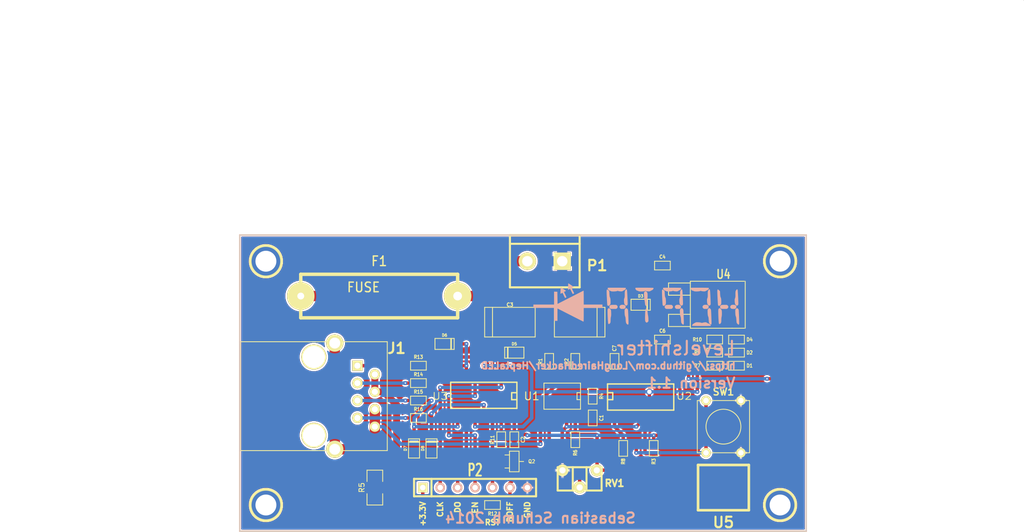
<source format=kicad_pcb>
(kicad_pcb (version 3) (host pcbnew "(2013-may-18)-stable")
  (layers (15 F.Cu signal) (0 B.Cu signal) (18 B.Paste user) (19 F.Paste user) (20 B.SilkS user) (21 F.SilkS user) (22 B.Mask user) (23 F.Mask user) (28 Edge.Cuts user))
  (net 0 "")
  (net 1 +24V)
  (net 2 +3.3V)
  (net 3 +5V)
  (net 4 3.3_Clock)
  (net 5 3.3_Data_Out)
  (net 6 3.3_Enable)
  (net 7 3.3_Reset)
  (net 8 BusOff)
  (net 9 Clock)
  (net 10 Data_Out)
  (net 11 Enable)
  (net 12 GND)
  (net 13 N-0000010)
  (net 14 N-0000015)
  (net 15 N-0000016)
  (net 16 N-0000017)
  (net 17 N-0000018)
  (net 18 N-0000019)
  (net 19 N-000002)
  (net 20 N-0000022)
  (net 21 N-0000028)
  (net 22 N-0000029)
  (net 23 N-0000030)
  (net 24 N-0000031)
  (net 25 N-0000032)
  (net 26 N-0000033)
  (net 27 N-000004)
  (net 28 N-000007)
  (net 29 PowerOn)
  (net 30 Reset)
  (net 31 Sense)
  (net 32 Shutdown)
  (module trimmer_piher_pt6xh (layer F.Cu) (at 168.275 80.01)
    (fp_text reference RV1 (at 5.08 0.635) (layer F.SilkS) (effects (font (thickness 0.25))))
    (fp_text value POT hide)
    (pad 1 thru_hole circle (at 2.49936 -1.24968) (size 1.75006 1.75006) (drill 0.89916) (layers *.Cu *.Mask F.SilkS) (net 3 +5V))
    (pad 2 thru_hole circle (at 0 1.24968) (size 1.75006 1.75006) (drill 0.89916) (layers *.Cu *.Mask F.SilkS) (net 20 N-0000022))
    (pad 3 thru_hole circle (at -2.49936 -1.24968) (size 1.75006 1.75006) (drill 0.89916) (layers *.Cu *.Mask F.SilkS) (net 12 GND))
  )
  (module SW_PUSH_SMALL (layer F.Cu) (at 189.23 72.39 90)
    (fp_text reference SW1 (at 5.08 0 180) (layer F.SilkS) (effects (font (size 1.016 1.016) (thickness 0.2032))))
    (fp_text value SW_PUSH hide)
    (pad 1 thru_hole circle (at 3.81 -2.54 90) (size 1.397 1.397) (drill 0.8128) (layers *.Cu *.Mask F.SilkS) (net 13 N-0000010))
    (pad 2 thru_hole circle (at 3.81 2.54 90) (size 1.397 1.397) (drill 0.8128) (layers *.Cu *.Mask F.SilkS) (net 12 GND))
    (pad 1 thru_hole circle (at -3.81 -2.54 90) (size 1.397 1.397) (drill 0.8128) (layers *.Cu *.Mask F.SilkS) (net 13 N-0000010))
    (pad 2 thru_hole circle (at -3.81 2.54 90) (size 1.397 1.397) (drill 0.8128) (layers *.Cu *.Mask F.SilkS) (net 12 GND))
  )
  (module sot23 (layer F.Cu) (at 158.75 77.47 270)
    (fp_text reference Q2 (at 0 -2.54 360) (layer F.SilkS) (effects (font (size 0.50038 0.50038) (thickness 0.09906))))
    (fp_text value NDS355 hide)
    (pad 1 smd rect (at -0.9525 1.05664 270) (size 0.59944 1.00076) (layers F.Cu F.Paste F.Mask) (net 18 N-0000019))
    (pad 2 smd rect (at 0 -1.05664 270) (size 0.59944 1.00076) (layers F.Cu F.Paste F.Mask) (net 27 N-000004))
    (pad 3 smd rect (at 0.9525 1.05664 270) (size 0.59944 1.00076) (layers F.Cu F.Paste F.Mask) (net 12 GND))
  )
  (module sod123 (layer F.Cu) (at 177.165 54.61)
    (fp_text reference D3 (at 0 -1.27) (layer F.SilkS) (effects (font (size 0.39878 0.39878) (thickness 0.09906))))
    (fp_text value BAT42W hide)
    (pad 2 smd rect (at 1.67386 0) (size 0.8509 0.8509) (layers F.Cu F.Paste F.Mask) (net 1 +24V))
    (pad 1 smd rect (at -1.67386 0) (size 0.8509 0.8509) (layers F.Cu F.Paste F.Mask) (net 3 +5V))
  )
  (module SO8E (layer F.Cu) (at 165.735 67.945 180)
    (fp_text reference U1 (at 4.445 0 180) (layer F.SilkS) (effects (font (size 1.143 1.143) (thickness 0.1524))))
    (fp_text value LM358 hide)
    (pad 8 smd rect (at -1.905 -2.667 180) (size 0.59944 1.39954) (layers F.Cu F.Paste F.Mask) (net 3 +5V))
    (pad 1 smd rect (at -1.905 2.667 180) (size 0.59944 1.39954) (layers F.Cu F.Paste F.Mask) (net 21 N-0000028))
    (pad 7 smd rect (at -0.635 -2.667 180) (size 0.59944 1.39954) (layers F.Cu F.Paste F.Mask) (net 32 Shutdown))
    (pad 6 smd rect (at 0.635 -2.667 180) (size 0.59944 1.39954) (layers F.Cu F.Paste F.Mask) (net 19 N-000002))
    (pad 5 smd rect (at 1.905 -2.667 180) (size 0.59944 1.39954) (layers F.Cu F.Paste F.Mask) (net 20 N-0000022))
    (pad 2 smd rect (at -0.635 2.667 180) (size 0.59944 1.39954) (layers F.Cu F.Paste F.Mask) (net 26 N-0000033))
    (pad 3 smd rect (at 0.635 2.667 180) (size 0.59944 1.39954) (layers F.Cu F.Paste F.Mask) (net 31 Sense))
    (pad 4 smd rect (at 1.905 2.667 180) (size 0.59944 1.39954) (layers F.Cu F.Paste F.Mask) (net 12 GND))
  )
  (module SM1206 (layer F.Cu) (at 138.43 81.28 270)
    (fp_text reference R5 (at 0 1.905 270) (layer F.SilkS) (effects (font (size 0.762 0.762) (thickness 0.127))))
    (fp_text value 0.05 hide)
    (pad 1 smd rect (at -1.651 0 270) (size 1.524 2.032) (layers F.Cu F.Paste F.Mask) (net 31 Sense))
    (pad 2 smd rect (at 1.651 0 270) (size 1.524 2.032) (layers F.Cu F.Paste F.Mask) (net 12 GND))
  )
  (module SM0603 (layer F.Cu) (at 191.135 63.5)
    (fp_text reference D1 (at 1.905 0) (layer F.SilkS) (effects (font (size 0.508 0.4572) (thickness 0.1143))))
    (fp_text value LED hide)
    (pad 1 smd rect (at -0.762 0) (size 0.635 1.143) (layers F.Cu F.Paste F.Mask) (net 28 N-000007))
    (pad 2 smd rect (at 0.762 0) (size 0.635 1.143) (layers F.Cu F.Paste F.Mask) (net 12 GND))
  )
  (module SM0603 (layer F.Cu) (at 174.625 75.565 270)
    (fp_text reference R8 (at 1.905 0 270) (layer F.SilkS) (effects (font (size 0.508 0.4572) (thickness 0.1143))))
    (fp_text value 1k hide)
    (pad 1 smd rect (at -0.762 0 270) (size 0.635 1.143) (layers F.Cu F.Paste F.Mask) (net 13 N-0000010))
    (pad 2 smd rect (at 0.762 0 270) (size 0.635 1.143) (layers F.Cu F.Paste F.Mask) (net 3 +5V))
  )
  (module SM0603 (layer F.Cu) (at 167.64 74.295 270)
    (fp_text reference R6 (at 1.905 0 270) (layer F.SilkS) (effects (font (size 0.508 0.4572) (thickness 0.1143))))
    (fp_text value 1k hide)
    (pad 1 smd rect (at -0.762 0 270) (size 0.635 1.143) (layers F.Cu F.Paste F.Mask) (net 3 +5V))
    (pad 2 smd rect (at 0.762 0 270) (size 0.635 1.143) (layers F.Cu F.Paste F.Mask) (net 32 Shutdown))
  )
  (module SM0603 (layer F.Cu) (at 179.07 75.565 270)
    (fp_text reference R3 (at 1.905 0 270) (layer F.SilkS) (effects (font (size 0.508 0.4572) (thickness 0.1143))))
    (fp_text value 1k hide)
    (pad 1 smd rect (at -0.762 0 270) (size 0.635 1.143) (layers F.Cu F.Paste F.Mask) (net 3 +5V))
    (pad 2 smd rect (at 0.762 0 270) (size 0.635 1.143) (layers F.Cu F.Paste F.Mask) (net 29 PowerOn))
  )
  (module SM0603 (layer F.Cu) (at 187.96 63.5)
    (fp_text reference R7 (at -2.54 0) (layer F.SilkS) (effects (font (size 0.508 0.4572) (thickness 0.1143))))
    (fp_text value 1k hide)
    (pad 1 smd rect (at -0.762 0) (size 0.635 1.143) (layers F.Cu F.Paste F.Mask) (net 8 BusOff))
    (pad 2 smd rect (at 0.762 0) (size 0.635 1.143) (layers F.Cu F.Paste F.Mask) (net 28 N-000007))
  )
  (module SM0603 (layer F.Cu) (at 167.64 62.865 270)
    (fp_text reference R2 (at 0 1.27 270) (layer F.SilkS) (effects (font (size 0.508 0.4572) (thickness 0.1143))))
    (fp_text value 90k hide)
    (pad 1 smd rect (at -0.762 0 270) (size 0.635 1.143) (layers F.Cu F.Paste F.Mask) (net 26 N-0000033))
    (pad 2 smd rect (at 0.762 0 270) (size 0.635 1.143) (layers F.Cu F.Paste F.Mask) (net 21 N-0000028))
  )
  (module SM0603 (layer F.Cu) (at 158.75 74.295 270)
    (fp_text reference C2 (at 0 -1.27 270) (layer F.SilkS) (effects (font (size 0.508 0.4572) (thickness 0.1143))))
    (fp_text value 100nF hide)
    (pad 1 smd rect (at -0.762 0 270) (size 0.635 1.143) (layers F.Cu F.Paste F.Mask) (net 3 +5V))
    (pad 2 smd rect (at 0.762 0 270) (size 0.635 1.143) (layers F.Cu F.Paste F.Mask) (net 12 GND))
  )
  (module SM0603 (layer F.Cu) (at 170.18 67.945 270)
    (fp_text reference R4 (at 0 -1.27 270) (layer F.SilkS) (effects (font (size 0.508 0.4572) (thickness 0.1143))))
    (fp_text value 100k hide)
    (pad 1 smd rect (at -0.762 0 270) (size 0.635 1.143) (layers F.Cu F.Paste F.Mask) (net 21 N-0000028))
    (pad 2 smd rect (at 0.762 0 270) (size 0.635 1.143) (layers F.Cu F.Paste F.Mask) (net 19 N-000002))
  )
  (module SM0603 (layer F.Cu) (at 170.18 71.12 270)
    (fp_text reference C1 (at 0 -1.27 270) (layer F.SilkS) (effects (font (size 0.508 0.4572) (thickness 0.1143))))
    (fp_text value 100nF hide)
    (pad 1 smd rect (at -0.762 0 270) (size 0.635 1.143) (layers F.Cu F.Paste F.Mask) (net 19 N-000002))
    (pad 2 smd rect (at 0.762 0 270) (size 0.635 1.143) (layers F.Cu F.Paste F.Mask) (net 12 GND))
  )
  (module SM0603 (layer F.Cu) (at 173.355 62.865 90)
    (fp_text reference C7 (at 1.905 0 90) (layer F.SilkS) (effects (font (size 0.508 0.4572) (thickness 0.1143))))
    (fp_text value 100nF hide)
    (pad 1 smd rect (at -0.762 0 90) (size 0.635 1.143) (layers F.Cu F.Paste F.Mask) (net 3 +5V))
    (pad 2 smd rect (at 0.762 0 90) (size 0.635 1.143) (layers F.Cu F.Paste F.Mask) (net 12 GND))
  )
  (module SM0603 (layer F.Cu) (at 155.575 83.82)
    (fp_text reference R12 (at 0 1.27) (layer F.SilkS) (effects (font (size 0.508 0.4572) (thickness 0.1143))))
    (fp_text value 1k hide)
    (pad 1 smd rect (at -0.762 0) (size 0.635 1.143) (layers F.Cu F.Paste F.Mask) (net 2 +3.3V))
    (pad 2 smd rect (at 0.762 0) (size 0.635 1.143) (layers F.Cu F.Paste F.Mask) (net 27 N-000004))
  )
  (module SM0603 (layer F.Cu) (at 156.845 74.295 270)
    (fp_text reference R11 (at 0 1.27 270) (layer F.SilkS) (effects (font (size 0.508 0.4572) (thickness 0.1143))))
    (fp_text value 1k hide)
    (pad 1 smd rect (at -0.762 0 270) (size 0.635 1.143) (layers F.Cu F.Paste F.Mask) (net 8 BusOff))
    (pad 2 smd rect (at 0.762 0 270) (size 0.635 1.143) (layers F.Cu F.Paste F.Mask) (net 18 N-0000019))
  )
  (module SM0603 (layer F.Cu) (at 180.34 48.895 180)
    (fp_text reference C4 (at 0 1.27 180) (layer F.SilkS) (effects (font (size 0.508 0.4572) (thickness 0.1143))))
    (fp_text value 100nF hide)
    (pad 1 smd rect (at -0.762 0 180) (size 0.635 1.143) (layers F.Cu F.Paste F.Mask) (net 1 +24V))
    (pad 2 smd rect (at 0.762 0 180) (size 0.635 1.143) (layers F.Cu F.Paste F.Mask) (net 12 GND))
  )
  (module SM0603 (layer F.Cu) (at 163.83 62.865 270)
    (fp_text reference R1 (at 0 1.27 270) (layer F.SilkS) (effects (font (size 0.508 0.4572) (thickness 0.1143))))
    (fp_text value 10k hide)
    (pad 1 smd rect (at -0.762 0 270) (size 0.635 1.143) (layers F.Cu F.Paste F.Mask) (net 26 N-0000033))
    (pad 2 smd rect (at 0.762 0 270) (size 0.635 1.143) (layers F.Cu F.Paste F.Mask) (net 12 GND))
  )
  (module SM0603 (layer F.Cu) (at 191.135 61.595)
    (fp_text reference D2 (at 1.905 0) (layer F.SilkS) (effects (font (size 0.508 0.4572) (thickness 0.1143))))
    (fp_text value LED hide)
    (pad 1 smd rect (at -0.762 0) (size 0.635 1.143) (layers F.Cu F.Paste F.Mask) (net 25 N-0000032))
    (pad 2 smd rect (at 0.762 0) (size 0.635 1.143) (layers F.Cu F.Paste F.Mask) (net 12 GND))
  )
  (module SM0603 (layer F.Cu) (at 187.96 61.595)
    (fp_text reference R9 (at -2.54 0) (layer F.SilkS) (effects (font (size 0.508 0.4572) (thickness 0.1143))))
    (fp_text value 1k hide)
    (pad 1 smd rect (at -0.762 0) (size 0.635 1.143) (layers F.Cu F.Paste F.Mask) (net 1 +24V))
    (pad 2 smd rect (at 0.762 0) (size 0.635 1.143) (layers F.Cu F.Paste F.Mask) (net 25 N-0000032))
  )
  (module SM0603 (layer F.Cu) (at 191.135 59.69)
    (fp_text reference D4 (at 1.905 0) (layer F.SilkS) (effects (font (size 0.508 0.4572) (thickness 0.1143))))
    (fp_text value LED hide)
    (pad 1 smd rect (at -0.762 0) (size 0.635 1.143) (layers F.Cu F.Paste F.Mask) (net 23 N-0000030))
    (pad 2 smd rect (at 0.762 0) (size 0.635 1.143) (layers F.Cu F.Paste F.Mask) (net 12 GND))
  )
  (module SM0603 (layer F.Cu) (at 187.96 59.69)
    (fp_text reference R10 (at -2.54 0) (layer F.SilkS) (effects (font (size 0.508 0.4572) (thickness 0.1143))))
    (fp_text value 1k hide)
    (pad 1 smd rect (at -0.762 0) (size 0.635 1.143) (layers F.Cu F.Paste F.Mask) (net 3 +5V))
    (pad 2 smd rect (at 0.762 0) (size 0.635 1.143) (layers F.Cu F.Paste F.Mask) (net 23 N-0000030))
  )
  (module SM0603 (layer F.Cu) (at 180.34 59.69 180)
    (fp_text reference C6 (at 0 1.27 180) (layer F.SilkS) (effects (font (size 0.508 0.4572) (thickness 0.1143))))
    (fp_text value 100nF hide)
    (pad 1 smd rect (at -0.762 0 180) (size 0.635 1.143) (layers F.Cu F.Paste F.Mask) (net 3 +5V))
    (pad 2 smd rect (at 0.762 0 180) (size 0.635 1.143) (layers F.Cu F.Paste F.Mask) (net 12 GND))
  )
  (module RJ45_MEBP_8-8G (layer F.Cu) (at 129.54 67.945 270)
    (fp_text reference J1 (at -6.985 -12.065 360) (layer F.SilkS) (effects (font (size 1.524 1.524) (thickness 0.3048))))
    (fp_text value RJ45 hide)
    (pad "" thru_hole circle (at 5.715 0 270) (size 3.64998 3.64998) (drill 3.2512) (layers *.Cu *.Mask F.SilkS))
    (pad "" thru_hole circle (at -5.715 0 270) (size 3.64998 3.64998) (drill 3.2512) (layers *.Cu *.Mask F.SilkS))
    (pad 1 thru_hole rect (at -4.445 -6.35 270) (size 1.50114 1.50114) (drill 0.89916) (layers *.Cu *.Mask F.SilkS) (net 9 Clock))
    (pad 2 thru_hole circle (at -3.175 -8.89 270) (size 1.50114 1.50114) (drill 0.89916) (layers *.Cu *.Mask F.SilkS) (net 24 N-0000031))
    (pad 3 thru_hole circle (at -1.905 -6.35 270) (size 1.50114 1.50114) (drill 0.89916) (layers *.Cu *.Mask F.SilkS) (net 11 Enable))
    (pad 4 thru_hole circle (at -0.635 -8.89 270) (size 1.50114 1.50114) (drill 0.89916) (layers *.Cu *.Mask F.SilkS) (net 24 N-0000031))
    (pad 5 thru_hole circle (at 0.635 -6.35 270) (size 1.50114 1.50114) (drill 0.89916) (layers *.Cu *.Mask F.SilkS) (net 10 Data_Out))
    (pad 6 thru_hole circle (at 1.905 -8.89 270) (size 1.50114 1.50114) (drill 0.89916) (layers *.Cu *.Mask F.SilkS) (net 31 Sense))
    (pad 7 thru_hole circle (at 3.175 -6.35 270) (size 1.50114 1.50114) (drill 0.89916) (layers *.Cu *.Mask F.SilkS) (net 30 Reset))
    (pad 8 thru_hole circle (at 4.445 -8.89 270) (size 1.50114 1.50114) (drill 0.89916) (layers *.Cu *.Mask F.SilkS) (net 31 Sense))
    (pad 9 thru_hole circle (at -7.745 -3.05 270) (size 2.5 2.5) (drill 1.6) (layers *.Cu *.Mask F.SilkS) (net 31 Sense))
    (pad 10 thru_hole circle (at 7.747 -3.05 270) (size 2.5 2.5) (drill 1.6) (layers *.Cu *.Mask F.SilkS))
  )
  (module DPAK2 (layer F.Cu) (at 182.88 54.61 270)
    (fp_text reference U4 (at -4.445 -6.35 360) (layer F.SilkS) (effects (font (size 1.27 1.016) (thickness 0.2032))))
    (fp_text value TS2937 hide)
    (pad 1 smd rect (at -2.286 0 270) (size 1.651 3.048) (layers F.Cu F.Paste F.Mask) (net 1 +24V))
    (pad 2 smd rect (at 0 -6.35 270) (size 6.096 6.096) (layers F.Cu F.Paste F.Mask) (net 12 GND))
    (pad 3 smd rect (at 2.286 0 270) (size 1.651 3.048) (layers F.Cu F.Paste F.Mask) (net 3 +5V))
  )
  (module c_tant_D (layer F.Cu) (at 168.275 57.15)
    (fp_text reference C5 (at 0 -2.54) (layer F.SilkS) (effects (font (size 0.50038 0.50038) (thickness 0.11938))))
    (fp_text value 10uF hide)
    (pad 1 smd rect (at 2.99974 0) (size 2.55016 2.70002) (layers F.Cu F.Paste F.Mask) (net 3 +5V))
    (pad 2 smd rect (at -2.99974 0) (size 2.55016 3.79984) (layers F.Cu F.Paste F.Mask) (net 12 GND))
  )
  (module c_tant_D (layer F.Cu) (at 158.115 57.15 180)
    (fp_text reference C3 (at 0 2.54 180) (layer F.SilkS) (effects (font (size 0.50038 0.50038) (thickness 0.11938))))
    (fp_text value 10uF hide)
    (pad 1 smd rect (at 2.99974 0 180) (size 2.55016 2.70002) (layers F.Cu F.Paste F.Mask) (net 1 +24V))
    (pad 2 smd rect (at -2.99974 0 180) (size 2.55016 3.79984) (layers F.Cu F.Paste F.Mask) (net 12 GND))
  )
  (module bornier2 (layer F.Cu) (at 163.195 48.26 180)
    (fp_text reference P1 (at -7.62 -0.635 180) (layer F.SilkS) (effects (font (size 1.524 1.524) (thickness 0.3048))))
    (fp_text value CONN_2 hide)
    (pad 1 thru_hole rect (at -2.54 0 180) (size 2.54 2.54) (drill 1.524) (layers *.Cu *.Mask F.SilkS) (net 12 GND))
    (pad 2 thru_hole circle (at 2.54 0 180) (size 2.54 2.54) (drill 1.524) (layers *.Cu *.Mask F.SilkS) (net 22 N-0000029))
  )
  (module SO14E (layer F.Cu) (at 154.305 67.945 180)
    (fp_text reference U3 (at 6.35 0 180) (layer F.SilkS) (effects (font (size 1.016 1.143) (thickness 0.127))))
    (fp_text value 74HCT125 hide)
    (pad 1 smd rect (at -3.81 2.794 180) (size 0.508 1.143) (layers F.Cu F.Paste F.Mask) (net 8 BusOff))
    (pad 2 smd rect (at -2.54 2.794 180) (size 0.508 1.143) (layers F.Cu F.Paste F.Mask) (net 4 3.3_Clock))
    (pad 3 smd rect (at -1.27 2.794 180) (size 0.508 1.143) (layers F.Cu F.Paste F.Mask) (net 17 N-0000018))
    (pad 4 smd rect (at 0 2.794 180) (size 0.508 1.143) (layers F.Cu F.Paste F.Mask) (net 8 BusOff))
    (pad 5 smd rect (at 1.27 2.794 180) (size 0.508 1.143) (layers F.Cu F.Paste F.Mask) (net 6 3.3_Enable))
    (pad 6 smd rect (at 2.54 2.794 180) (size 0.508 1.143) (layers F.Cu F.Paste F.Mask) (net 16 N-0000017))
    (pad 7 smd rect (at 3.81 2.794 180) (size 0.508 1.143) (layers F.Cu F.Paste F.Mask) (net 12 GND))
    (pad 8 smd rect (at 3.81 -2.54 180) (size 0.508 1.143) (layers F.Cu F.Paste F.Mask) (net 15 N-0000016))
    (pad 9 smd rect (at 2.54 -2.54 180) (size 0.508 1.143) (layers F.Cu F.Paste F.Mask) (net 5 3.3_Data_Out))
    (pad 10 smd rect (at 1.27 -2.54 180) (size 0.508 1.143) (layers F.Cu F.Paste F.Mask) (net 8 BusOff))
    (pad 11 smd rect (at 0 -2.54 180) (size 0.508 1.143) (layers F.Cu F.Paste F.Mask) (net 14 N-0000015))
    (pad 12 smd rect (at -1.27 -2.54 180) (size 0.508 1.143) (layers F.Cu F.Paste F.Mask) (net 7 3.3_Reset))
    (pad 13 smd rect (at -2.54 -2.54 180) (size 0.508 1.143) (layers F.Cu F.Paste F.Mask) (net 8 BusOff))
    (pad 14 smd rect (at -3.81 -2.54 180) (size 0.508 1.143) (layers F.Cu F.Paste F.Mask) (net 3 +5V))
  )
  (module SIL-7 (layer F.Cu) (at 153.035 81.28)
    (fp_text reference P2 (at 0 -2.54) (layer F.SilkS) (effects (font (size 1.72974 1.08712) (thickness 0.3048))))
    (fp_text value CONN_7 hide)
    (pad 1 thru_hole rect (at -7.62 0) (size 1.397 1.397) (drill 0.8128) (layers *.Cu *.Mask F.SilkS) (net 2 +3.3V))
    (pad 2 thru_hole circle (at -5.08 0) (size 1.397 1.397) (drill 0.8128) (layers *.Cu *.SilkS *.Mask) (net 4 3.3_Clock))
    (pad 3 thru_hole circle (at -2.54 0) (size 1.397 1.397) (drill 0.8128) (layers *.Cu *.SilkS *.Mask) (net 5 3.3_Data_Out))
    (pad 4 thru_hole circle (at 0 0) (size 1.397 1.397) (drill 0.8128) (layers *.Cu *.SilkS *.Mask) (net 6 3.3_Enable))
    (pad 5 thru_hole circle (at 2.54 0) (size 1.397 1.397) (drill 0.8128) (layers *.Cu *.SilkS *.Mask) (net 7 3.3_Reset))
    (pad 6 thru_hole circle (at 5.08 0) (size 1.397 1.397) (drill 0.8128) (layers *.Cu *.SilkS *.Mask) (net 27 N-000004))
    (pad 7 thru_hole circle (at 7.62 0) (size 1.397 1.397) (drill 0.8128) (layers *.Cu *.SilkS *.Mask) (net 12 GND))
  )
  (module 1pin (layer F.Cu) (at 122.555 48.26)
    (fp_text reference 1PIN hide)
    (fp_text value P*** hide)
    (pad 1 thru_hole circle (at 0 0) (size 4.5 4.5) (drill 3.048) (layers *.Cu *.Mask))
  )
  (module 1pin (layer F.Cu) (at 197.485 48.26)
    (fp_text reference 1PIN hide)
    (fp_text value P*** hide)
    (pad 1 thru_hole circle (at 0 0) (size 4.5 4.5) (drill 3.048) (layers *.Cu *.Mask))
  )
  (module 1pin (layer F.Cu) (at 197.485 83.82)
    (fp_text reference 1PIN hide)
    (fp_text value P*** hide)
    (pad 1 thru_hole circle (at 0 0) (size 4.5 4.5) (drill 3.048) (layers *.Cu *.Mask))
  )
  (module 1pin (layer F.Cu) (at 122.555 83.82)
    (fp_text reference 1PIN hide)
    (fp_text value P*** hide)
    (pad 1 thru_hole circle (at 0 0) (size 4.5 4.5) (drill 3.048) (layers *.Cu *.Mask))
  )
  (module logo_silkbot_30_00mm (layer B.Cu) (at 176.53 54.61)
    (fp_text reference G*** hide)
    (fp_text value logo_silkbot_30_00mm hide)
  )
  (module sod123 (layer F.Cu) (at 158.75 61.595 180)
    (fp_text reference D5 (at 0 1.27 180) (layer F.SilkS) (effects (font (size 0.39878 0.39878) (thickness 0.09906))))
    (fp_text value ZENER_5.6V hide)
    (pad 2 smd rect (at 1.67386 0 180) (size 0.8509 0.8509) (layers F.Cu F.Paste F.Mask) (net 17 N-0000018))
    (pad 1 smd rect (at -1.67386 0 180) (size 0.8509 0.8509) (layers F.Cu F.Paste F.Mask) (net 12 GND))
  )
  (module sod123 (layer F.Cu) (at 148.59 60.325)
    (fp_text reference D6 (at 0 -1.27) (layer F.SilkS) (effects (font (size 0.39878 0.39878) (thickness 0.09906))))
    (fp_text value ZENER_5.6V hide)
    (pad 2 smd rect (at 1.67386 0) (size 0.8509 0.8509) (layers F.Cu F.Paste F.Mask) (net 16 N-0000017))
    (pad 1 smd rect (at -1.67386 0) (size 0.8509 0.8509) (layers F.Cu F.Paste F.Mask) (net 12 GND))
  )
  (module sod123 (layer F.Cu) (at 144.145 75.565 90)
    (fp_text reference D7 (at 0 -1.27 90) (layer F.SilkS) (effects (font (size 0.39878 0.39878) (thickness 0.09906))))
    (fp_text value ZENER_5.6V hide)
    (pad 2 smd rect (at 1.67386 0 90) (size 0.8509 0.8509) (layers F.Cu F.Paste F.Mask) (net 15 N-0000016))
    (pad 1 smd rect (at -1.67386 0 90) (size 0.8509 0.8509) (layers F.Cu F.Paste F.Mask) (net 12 GND))
  )
  (module sod123 (layer F.Cu) (at 146.685 75.565 90)
    (fp_text reference D8 (at 0 -1.27 90) (layer F.SilkS) (effects (font (size 0.39878 0.39878) (thickness 0.09906))))
    (fp_text value ZENER_5.6V hide)
    (pad 2 smd rect (at 1.67386 0 90) (size 0.8509 0.8509) (layers F.Cu F.Paste F.Mask) (net 14 N-0000015))
    (pad 1 smd rect (at -1.67386 0 90) (size 0.8509 0.8509) (layers F.Cu F.Paste F.Mask) (net 12 GND))
  )
  (module SM0603 (layer F.Cu) (at 144.78 63.5 180)
    (fp_text reference R13 (at 0 1.27 180) (layer F.SilkS) (effects (font (size 0.508 0.4572) (thickness 0.1143))))
    (fp_text value 1k hide)
    (pad 1 smd rect (at -0.762 0 180) (size 0.635 1.143) (layers F.Cu F.Paste F.Mask) (net 17 N-0000018))
    (pad 2 smd rect (at 0.762 0 180) (size 0.635 1.143) (layers F.Cu F.Paste F.Mask) (net 9 Clock))
  )
  (module SM0603 (layer F.Cu) (at 144.78 66.04 180)
    (fp_text reference R14 (at 0 1.27 180) (layer F.SilkS) (effects (font (size 0.508 0.4572) (thickness 0.1143))))
    (fp_text value 1k hide)
    (pad 1 smd rect (at -0.762 0 180) (size 0.635 1.143) (layers F.Cu F.Paste F.Mask) (net 16 N-0000017))
    (pad 2 smd rect (at 0.762 0 180) (size 0.635 1.143) (layers F.Cu F.Paste F.Mask) (net 11 Enable))
  )
  (module SM0603 (layer F.Cu) (at 144.78 68.58 180)
    (fp_text reference R15 (at 0 1.27 180) (layer F.SilkS) (effects (font (size 0.508 0.4572) (thickness 0.1143))))
    (fp_text value 1k hide)
    (pad 1 smd rect (at -0.762 0 180) (size 0.635 1.143) (layers F.Cu F.Paste F.Mask) (net 15 N-0000016))
    (pad 2 smd rect (at 0.762 0 180) (size 0.635 1.143) (layers F.Cu F.Paste F.Mask) (net 10 Data_Out))
  )
  (module SM0603 (layer F.Cu) (at 144.78 71.12 180)
    (fp_text reference R16 (at 0 1.27 180) (layer F.SilkS) (effects (font (size 0.508 0.4572) (thickness 0.1143))))
    (fp_text value 1k hide)
    (pad 1 smd rect (at -0.762 0 180) (size 0.635 1.143) (layers F.Cu F.Paste F.Mask) (net 14 N-0000015))
    (pad 2 smd rect (at 0.762 0 180) (size 0.635 1.143) (layers F.Cu F.Paste F.Mask) (net 30 Reset))
  )
  (module SO14E (layer F.Cu) (at 177.165 67.945)
    (fp_text reference U2 (at 6.35 0) (layer F.SilkS) (effects (font (size 1.016 1.143) (thickness 0.127))))
    (fp_text value 74HC74 hide)
    (pad 1 smd rect (at -3.81 2.794) (size 0.508 1.143) (layers F.Cu F.Paste F.Mask) (net 13 N-0000010))
    (pad 2 smd rect (at -2.54 2.794) (size 0.508 1.143) (layers F.Cu F.Paste F.Mask) (net 12 GND))
    (pad 3 smd rect (at -1.27 2.794) (size 0.508 1.143) (layers F.Cu F.Paste F.Mask) (net 12 GND))
    (pad 4 smd rect (at 0 2.794) (size 0.508 1.143) (layers F.Cu F.Paste F.Mask) (net 32 Shutdown))
    (pad 5 smd rect (at 1.27 2.794) (size 0.508 1.143) (layers F.Cu F.Paste F.Mask) (net 8 BusOff))
    (pad 6 smd rect (at 2.54 2.794) (size 0.508 1.143) (layers F.Cu F.Paste F.Mask) (net 29 PowerOn))
    (pad 7 smd rect (at 3.81 2.794) (size 0.508 1.143) (layers F.Cu F.Paste F.Mask) (net 12 GND))
    (pad 8 smd rect (at 3.81 -2.54) (size 0.508 1.143) (layers F.Cu F.Paste F.Mask))
    (pad 9 smd rect (at 2.54 -2.54) (size 0.508 1.143) (layers F.Cu F.Paste F.Mask))
    (pad 10 smd rect (at 1.27 -2.54) (size 0.508 1.143) (layers F.Cu F.Paste F.Mask))
    (pad 11 smd rect (at 0 -2.54) (size 0.508 1.143) (layers F.Cu F.Paste F.Mask))
    (pad 12 smd rect (at -1.27 -2.54) (size 0.508 1.143) (layers F.Cu F.Paste F.Mask))
    (pad 13 smd rect (at -2.54 -2.54) (size 0.508 1.143) (layers F.Cu F.Paste F.Mask))
    (pad 14 smd rect (at -3.81 -2.54) (size 0.508 1.143) (layers F.Cu F.Paste F.Mask) (net 3 +5V))
  )
  (module TO252-5L (layer F.Cu) (at 189.23 81.28 270)
    (fp_text reference U5 (at 5.08 0 360) (layer F.SilkS) (effects (font (size 1.524 1.524) (thickness 0.3048))))
    (fp_text value BTS462 hide)
    (pad 3 smd rect (at 0 0 270) (size 6.25094 6.79958) (layers F.Cu F.Paste F.Mask) (net 1 +24V) (clearance 0.14986))
    (pad 1 smd rect (at -2.54 6.59892 270) (size 0.81026 2.99974) (layers F.Cu F.Paste F.Mask) (net 12 GND))
    (pad 2 smd rect (at -1.27 6.59892 270) (size 0.81026 2.99974) (layers F.Cu F.Paste F.Mask) (net 29 PowerOn))
    (pad 4 smd rect (at 1.27 6.59892 270) (size 0.81026 2.99974) (layers F.Cu F.Paste F.Mask))
    (pad 5 smd rect (at 2.54 6.59892 270) (size 0.81026 2.99974) (layers F.Cu F.Paste F.Mask) (net 24 N-0000031))
  )
  (module fuse22.5 (layer F.Cu) (at 139.065 53.34)
    (fp_text reference F1 (at 0 -5.08) (layer F.SilkS) (effects (font (size 1.397 1.27) (thickness 0.2032))))
    (fp_text value FUSE (at -2.286 -1.27) (layer F.SilkS) (effects (font (size 1.397 1.27) (thickness 0.2032))))
    (pad 1 thru_hole circle (at -11.43 0) (size 4.0005 4.0005) (drill 1.00076) (layers *.Cu *.Mask F.SilkS) (net 22 N-0000029))
    (pad 2 thru_hole circle (at 11.43 0) (size 4.0005 4.0005) (drill 1.27) (layers *.Cu *.Mask F.SilkS) (net 1 +24V))
  )
  (gr_text https://github.com/LongHairedHacker/HeptaLED (at 191.135 63.5) (layer B.SilkS) (effects (font (size 1 1) (thickness 0.25)) (justify left mirror)))
  (gr_text "Sebastian Schumb 2014" (at 162.56 85.725) (layer B.SilkS) (effects (font (size 1.5 1.5) (thickness 0.3)) (justify mirror)))
  (gr_text "Version 1.1" (at 191.135 66.04) (layer B.SilkS) (effects (font (size 1.5 1.5) (thickness 0.3)) (justify left mirror)))
  (gr_text Levelshifter (at 191.135 60.96) (layer B.SilkS) (effects (font (size 2 2) (thickness 0.3)) (justify left mirror)))
  (gr_line (start 118.745 87.63) (end 118.745 44.45) (angle 90) (layer B.SilkS) (width 0.2))
  (gr_line (start 201.295 87.63) (end 118.745 87.63) (angle 90) (layer B.SilkS) (width 0.2))
  (gr_line (start 201.295 44.45) (end 201.295 87.63) (angle 90) (layer B.SilkS) (width 0.2))
  (gr_line (start 118.745 44.45) (end 201.295 44.45) (angle 90) (layer B.SilkS) (width 0.2))
  (gr_line (start 118.745 44.45) (end 118.745 87.63) (angle 90) (layer F.SilkS) (width 0.2))
  (gr_line (start 201.295 44.45) (end 118.745 44.45) (angle 90) (layer F.SilkS) (width 0.2))
  (gr_line (start 201.295 87.63) (end 201.295 44.45) (angle 90) (layer F.SilkS) (width 0.2))
  (gr_line (start 118.745 87.63) (end 201.295 87.63) (angle 90) (layer F.SilkS) (width 0.2))
  (gr_text GND (at 160.655 83.185 90) (layer F.SilkS) (effects (font (size 0.8 0.8) (thickness 0.2)) (justify right)))
  (gr_text BOFF (at 158.115 83.185 90) (layer F.SilkS) (effects (font (size 0.8 0.8) (thickness 0.2)) (justify right)))
  (gr_text RST (at 155.575 86.36) (layer F.SilkS) (effects (font (size 0.8 0.8) (thickness 0.2))))
  (gr_text EN (at 153.035 83.185 90) (layer F.SilkS) (effects (font (size 0.8 0.9) (thickness 0.2)) (justify right)))
  (gr_text DO (at 150.495 83.185 90) (layer F.SilkS) (effects (font (size 0.8 0.8) (thickness 0.2)) (justify right)))
  (gr_text CLK (at 147.955 83.185 90) (layer F.SilkS) (effects (font (size 0.8 0.8) (thickness 0.2)) (justify right)))
  (gr_text +3.3V (at 145.415 83.185 90) (layer F.SilkS) (effects (font (size 0.8 0.8) (thickness 0.2)) (justify right)))
  (gr_line (start 118.745 87.63) (end 201.295 87.63) (angle 90) (layer Edge.Cuts) (width 0.1))
  (gr_line (start 118.745 44.45) (end 201.295 44.45) (angle 90) (layer Edge.Cuts) (width 0.1))
  (gr_line (start 201.295 44.45) (end 201.295 87.63) (angle 90) (layer Edge.Cuts) (width 0.1))
  (gr_line (start 201.295 87.63) (end 201.295 74.93) (angle 90) (layer Edge.Cuts) (width 0.1))
  (gr_line (start 118.745 44.45) (end 118.745 87.63) (angle 90) (layer Edge.Cuts) (width 0.1))
  (target plus (at 233.045 10.16) (size 0.005) (width 0.1) (layer Edge.Cuts))
  (target plus (at 233.045 10.16) (size 0.005) (width 0.1) (layer Edge.Cuts))
  (segment (start 155.11526 57.15) (end 155.11526 53.34) (width 1.5) (layer F.Cu) (net 1))
  (segment (start 172.72 53.34) (end 155.575 53.34) (width 1.5) (layer F.Cu) (net 1))
  (segment (start 155.575 53.34) (end 151.13 53.34) (width 1.5) (layer F.Cu) (net 1))
  (segment (start 174.625 51.435) (end 172.72 53.34) (width 1.5) (layer F.Cu) (net 1))
  (segment (start 178.83886 52.324) (end 177.8 51.435) (width 1.5) (layer F.Cu) (net 1))
  (segment (start 177.8 51.435) (end 174.625 51.435) (width 1.5) (layer F.Cu) (net 1))
  (segment (start 151.13 53.34) (end 150.495 53.34) (width 1.5) (layer F.Cu) (net 1))
  (segment (start 181.102 48.895) (end 182.88 48.895) (width 0.5) (layer F.Cu) (net 1))
  (via (at 184.15 65.405) (size 0.6) (drill 0.2) (layers F.Cu B.Cu) (net 1))
  (segment (start 195.58 65.405) (end 184.15 65.405) (width 0.5) (layer B.Cu) (net 1))
  (segment (start 195.58 65.405) (end 195.58 65.405) (width 0.5) (layer F.Cu) (net 1))
  (segment (start 197.485 65.405) (end 195.58 65.405) (width 0.5) (layer F.Cu) (net 1))
  (via (at 195.58 65.405) (size 0.6) (drill 0.2) (layers F.Cu B.Cu) (net 1))
  (segment (start 185.42 61.595) (end 187.198 61.595) (width 0.5) (layer F.Cu) (net 1))
  (segment (start 184.15 62.865) (end 185.42 61.595) (width 0.5) (layer F.Cu) (net 1))
  (segment (start 184.15 62.865) (end 184.15 62.865) (width 0.5) (layer F.Cu) (net 1))
  (segment (start 184.15 65.405) (end 184.15 62.865) (width 0.5) (layer F.Cu) (net 1))
  (segment (start 197.485 53.975) (end 192.405 48.895) (width 1.5) (layer F.Cu) (net 1))
  (segment (start 193.675 81.28) (end 197.485 77.47) (width 1.5) (layer F.Cu) (net 1))
  (segment (start 189.23 81.28) (end 193.675 81.28) (width 1.5) (layer F.Cu) (net 1))
  (segment (start 197.485 53.975) (end 197.485 65.405) (width 1.5) (layer F.Cu) (net 1))
  (segment (start 197.485 65.405) (end 197.485 77.47) (width 1.5) (layer F.Cu) (net 1))
  (segment (start 182.88 50.165) (end 182.88 49.53) (width 1.5) (layer F.Cu) (net 1))
  (segment (start 182.88 49.53) (end 182.88 48.895) (width 1.5) (layer F.Cu) (net 1))
  (segment (start 182.88 50.165) (end 182.88 52.324) (width 1.5) (layer F.Cu) (net 1))
  (segment (start 192.405 48.895) (end 182.88 48.895) (width 1.5) (layer F.Cu) (net 1))
  (segment (start 178.83886 54.61) (end 178.83886 52.324) (width 0.5) (layer F.Cu) (net 1))
  (segment (start 179.07 52.705) (end 179.07 52.324) (width 0.5) (layer F.Cu) (net 1))
  (segment (start 179.07 52.55514) (end 179.07 52.705) (width 0.5) (layer F.Cu) (net 1))
  (segment (start 178.83886 52.324) (end 179.07 52.55514) (width 0.5) (layer F.Cu) (net 1))
  (segment (start 179.07 52.324) (end 182.88 52.324) (width 1.5) (layer F.Cu) (net 1))
  (segment (start 145.415 81.28) (end 145.415 83.185) (width 0.5) (layer F.Cu) (net 2))
  (segment (start 146.05 83.82) (end 145.415 83.185) (width 0.5) (layer F.Cu) (net 2))
  (segment (start 146.05 83.82) (end 154.813 83.82) (width 0.5) (layer F.Cu) (net 2))
  (segment (start 173.355 65.405) (end 173.355 63.627) (width 0.5) (layer F.Cu) (net 3))
  (segment (start 173.355 63.627) (end 182.88 63.627) (width 0.5) (layer F.Cu) (net 3))
  (segment (start 182.88 63.627) (end 182.88 63.5) (width 0.5) (layer F.Cu) (net 3))
  (via (at 179.07 73.66) (size 0.6) (drill 0.2) (layers F.Cu B.Cu) (net 3))
  (segment (start 176.53 73.66) (end 179.07 73.66) (width 0.5) (layer B.Cu) (net 3))
  (segment (start 170.815 73.66) (end 160.655 73.66) (width 0.5) (layer B.Cu) (net 3))
  (segment (start 160.655 73.66) (end 160.528 73.533) (width 0.5) (layer F.Cu) (net 3))
  (segment (start 160.528 73.533) (end 158.75 73.533) (width 0.5) (layer F.Cu) (net 3))
  (via (at 160.655 73.66) (size 0.6) (drill 0.2) (layers F.Cu B.Cu) (net 3))
  (segment (start 174.625 76.327) (end 174.625 77.47) (width 0.5) (layer F.Cu) (net 3))
  (segment (start 170.79468 78.74) (end 173.355 78.74) (width 0.5) (layer F.Cu) (net 3))
  (segment (start 173.355 78.74) (end 174.625 77.47) (width 0.5) (layer F.Cu) (net 3))
  (segment (start 170.79468 78.74) (end 170.77436 78.76032) (width 0.5) (layer F.Cu) (net 3))
  (via (at 170.815 73.66) (size 0.6) (drill 0.2) (layers F.Cu B.Cu) (net 3))
  (segment (start 170.815 73.66) (end 176.53 73.66) (width 0.5) (layer B.Cu) (net 3))
  (segment (start 170.815 73.66) (end 170.688 73.533) (width 0.5) (layer F.Cu) (net 3))
  (segment (start 170.815 78.71968) (end 170.815 74.295) (width 0.5) (layer F.Cu) (net 3))
  (segment (start 170.815 74.295) (end 170.815 73.66) (width 0.5) (layer F.Cu) (net 3))
  (segment (start 170.77436 78.76032) (end 170.815 78.71968) (width 0.5) (layer F.Cu) (net 3))
  (segment (start 170.688 73.533) (end 167.64 73.533) (width 0.5) (layer F.Cu) (net 3))
  (segment (start 158.115 70.485) (end 158.115 71.12) (width 0.5) (layer F.Cu) (net 3))
  (segment (start 158.75 71.755) (end 158.75 73.533) (width 0.5) (layer F.Cu) (net 3))
  (segment (start 158.115 71.12) (end 158.75 71.755) (width 0.5) (layer F.Cu) (net 3))
  (segment (start 182.88 59.69) (end 187.198 59.69) (width 0.5) (layer F.Cu) (net 3))
  (segment (start 179.07 73.66) (end 180.975 73.66) (width 0.5) (layer F.Cu) (net 3))
  (segment (start 180.975 73.66) (end 182.88 71.755) (width 0.5) (layer F.Cu) (net 3))
  (segment (start 179.07 73.66) (end 179.07 74.803) (width 0.5) (layer F.Cu) (net 3))
  (segment (start 182.88 71.755) (end 182.88 71.755) (width 0.5) (layer F.Cu) (net 3))
  (segment (start 182.88 71.755) (end 182.88 63.5) (width 0.5) (layer F.Cu) (net 3))
  (segment (start 182.88 63.5) (end 182.88 59.69) (width 0.5) (layer F.Cu) (net 3))
  (segment (start 181.102 59.69) (end 182.88 59.69) (width 0.5) (layer F.Cu) (net 3))
  (segment (start 182.88 56.896) (end 182.88 59.69) (width 0.5) (layer F.Cu) (net 3))
  (segment (start 175.49114 54.61) (end 175.49114 57.15) (width 0.5) (layer F.Cu) (net 3))
  (segment (start 175.49114 57.15) (end 175.26 57.15) (width 0.5) (layer F.Cu) (net 3))
  (segment (start 182.88 56.896) (end 178.054 56.896) (width 1.5) (layer F.Cu) (net 3))
  (segment (start 177.8 57.15) (end 175.26 57.15) (width 1.5) (layer F.Cu) (net 3))
  (segment (start 175.26 57.15) (end 171.27474 57.15) (width 1.5) (layer F.Cu) (net 3))
  (segment (start 178.054 56.896) (end 177.8 57.15) (width 1.5) (layer F.Cu) (net 3))
  (segment (start 167.64 73.533) (end 167.64 72.39) (width 0.5) (layer F.Cu) (net 3))
  (segment (start 167.64 72.39) (end 167.64 70.612) (width 0.5) (layer F.Cu) (net 3))
  (via (at 156.845 66.675) (size 0.6) (drill 0.2) (layers F.Cu B.Cu) (net 4))
  (segment (start 147.955 66.675) (end 156.845 66.675) (width 0.5) (layer B.Cu) (net 4))
  (segment (start 147.955 81.28) (end 147.955 66.675) (width 0.5) (layer F.Cu) (net 4))
  (via (at 147.955 66.675) (size 0.6) (drill 0.2) (layers F.Cu B.Cu) (net 4))
  (segment (start 156.845 66.675) (end 156.845 65.151) (width 0.5) (layer F.Cu) (net 4))
  (segment (start 151.765 70.485) (end 151.765 78.105) (width 0.5) (layer F.Cu) (net 5))
  (segment (start 150.495 79.375) (end 150.495 81.28) (width 0.5) (layer F.Cu) (net 5))
  (segment (start 151.765 78.105) (end 150.495 79.375) (width 0.5) (layer F.Cu) (net 5))
  (via (at 153.035 67.945) (size 0.6) (drill 0.2) (layers F.Cu B.Cu) (net 6))
  (segment (start 149.225 67.945) (end 153.035 67.945) (width 0.5) (layer B.Cu) (net 6))
  (via (at 149.225 73.66) (size 0.6) (drill 0.2) (layers F.Cu B.Cu) (net 6))
  (segment (start 153.035 73.66) (end 149.225 73.66) (width 0.5) (layer B.Cu) (net 6))
  (segment (start 153.035 81.28) (end 153.035 73.66) (width 0.5) (layer F.Cu) (net 6))
  (via (at 153.035 73.66) (size 0.6) (drill 0.2) (layers F.Cu B.Cu) (net 6))
  (segment (start 149.225 73.66) (end 149.225 67.945) (width 0.5) (layer F.Cu) (net 6))
  (via (at 149.225 67.945) (size 0.6) (drill 0.2) (layers F.Cu B.Cu) (net 6))
  (segment (start 153.035 67.945) (end 153.035 65.151) (width 0.5) (layer F.Cu) (net 6))
  (segment (start 155.575 81.28) (end 155.575 70.485) (width 0.5) (layer F.Cu) (net 7))
  (segment (start 178.435 70.739) (end 178.435 67.31) (width 0.5) (layer F.Cu) (net 8))
  (via (at 178.435 67.31) (size 0.889) (layers F.Cu B.Cu) (net 8))
  (segment (start 172.72 67.31) (end 161.925 67.31) (width 0.5) (layer B.Cu) (net 8))
  (segment (start 156.845 72.39) (end 156.845 73.533) (width 0.5) (layer F.Cu) (net 8))
  (via (at 185.42 67.31) (size 0.6) (drill 0.2) (layers F.Cu B.Cu) (net 8))
  (segment (start 176.53 67.31) (end 178.435 67.31) (width 0.5) (layer B.Cu) (net 8))
  (segment (start 178.435 67.31) (end 184.15 67.31) (width 0.5) (layer B.Cu) (net 8))
  (segment (start 173.99 67.31) (end 176.53 67.31) (width 0.5) (layer B.Cu) (net 8))
  (segment (start 172.72 67.31) (end 173.99 67.31) (width 0.5) (layer B.Cu) (net 8))
  (segment (start 184.785 67.31) (end 185.42 67.31) (width 0.5) (layer B.Cu) (net 8))
  (segment (start 184.15 67.31) (end 184.785 67.31) (width 0.5) (layer B.Cu) (net 8))
  (segment (start 185.42 64.135) (end 185.42 67.31) (width 0.5) (layer F.Cu) (net 8))
  (segment (start 185.42 64.135) (end 186.055 63.5) (width 0.5) (layer F.Cu) (net 8))
  (segment (start 186.055 63.5) (end 187.198 63.5) (width 0.5) (layer F.Cu) (net 8))
  (via (at 153.035 72.39) (size 0.6) (drill 0.2) (layers F.Cu B.Cu) (net 8))
  (segment (start 156.845 72.39) (end 153.035 72.39) (width 0.5) (layer B.Cu) (net 8))
  (segment (start 153.035 72.39) (end 153.035 70.485) (width 0.5) (layer F.Cu) (net 8))
  (segment (start 160.02 72.39) (end 156.845 72.39) (width 0.5) (layer B.Cu) (net 8))
  (via (at 156.845 72.39) (size 0.6) (drill 0.2) (layers F.Cu B.Cu) (net 8))
  (segment (start 154.305 65.151) (end 154.305 63.5) (width 0.5) (layer F.Cu) (net 8))
  (segment (start 156.845 72.39) (end 156.845 70.485) (width 0.5) (layer F.Cu) (net 8))
  (segment (start 161.925 67.31) (end 161.29 67.31) (width 0.5) (layer B.Cu) (net 8))
  (segment (start 161.29 67.31) (end 161.29 64.135) (width 0.5) (layer B.Cu) (net 8))
  (segment (start 160.02 63.5) (end 158.115 63.5) (width 0.5) (layer B.Cu) (net 8))
  (segment (start 160.655 63.5) (end 161.29 64.135) (width 0.5) (layer B.Cu) (net 8))
  (segment (start 160.02 63.5) (end 160.655 63.5) (width 0.5) (layer B.Cu) (net 8))
  (segment (start 161.29 71.12) (end 161.29 67.31) (width 0.5) (layer B.Cu) (net 8))
  (segment (start 161.29 71.12) (end 160.02 72.39) (width 0.5) (layer B.Cu) (net 8))
  (via (at 154.305 63.5) (size 0.6) (drill 0.2) (layers F.Cu B.Cu) (net 8))
  (segment (start 154.305 63.5) (end 158.115 63.5) (width 0.5) (layer B.Cu) (net 8))
  (segment (start 158.115 63.5) (end 158.115 65.151) (width 0.5) (layer F.Cu) (net 8))
  (via (at 158.115 63.5) (size 0.6) (drill 0.2) (layers F.Cu B.Cu) (net 8))
  (segment (start 144.018 63.5) (end 139.7 63.5) (width 0.5) (layer F.Cu) (net 9))
  (segment (start 139.065 63.5) (end 139.7 63.5) (width 0.5) (layer F.Cu) (net 9))
  (segment (start 139.065 63.5) (end 135.89 63.5) (width 0.5) (layer F.Cu) (net 9))
  (via (at 142.875 68.58) (size 0.6) (drill 0.2) (layers F.Cu B.Cu) (net 10))
  (segment (start 135.89 68.58) (end 142.875 68.58) (width 0.5) (layer B.Cu) (net 10))
  (segment (start 144.145 68.58) (end 144.018 68.58) (width 0.5) (layer F.Cu) (net 10))
  (segment (start 142.875 68.58) (end 144.145 68.58) (width 0.5) (layer F.Cu) (net 10))
  (segment (start 144.018 66.04) (end 142.875 66.04) (width 0.5) (layer F.Cu) (net 11))
  (segment (start 142.875 66.04) (end 142.875 66.04) (width 0.5) (layer F.Cu) (net 11))
  (segment (start 142.875 66.04) (end 135.89 66.04) (width 0.5) (layer B.Cu) (net 11))
  (via (at 142.875 66.04) (size 0.6) (drill 0.2) (layers F.Cu B.Cu) (net 11))
  (segment (start 163.83 65.278) (end 163.83 63.627) (width 0.5) (layer F.Cu) (net 12))
  (segment (start 174.625 74.803) (end 175.768 74.803) (width 0.5) (layer F.Cu) (net 13))
  (segment (start 176.53 76.2) (end 186.69 76.2) (width 0.5) (layer B.Cu) (net 13))
  (via (at 176.53 76.2) (size 0.6) (drill 0.2) (layers F.Cu B.Cu) (net 13))
  (segment (start 176.53 75.565) (end 176.53 76.2) (width 0.5) (layer F.Cu) (net 13))
  (segment (start 175.768 74.803) (end 176.53 75.565) (width 0.5) (layer F.Cu) (net 13))
  (segment (start 173.355 70.739) (end 173.355 72.39) (width 0.5) (layer F.Cu) (net 13))
  (segment (start 174.625 73.66) (end 174.625 74.803) (width 0.5) (layer F.Cu) (net 13))
  (segment (start 173.355 72.39) (end 174.625 73.66) (width 0.5) (layer F.Cu) (net 13))
  (segment (start 186.69 68.58) (end 186.69 76.2) (width 0.5) (layer F.Cu) (net 13))
  (segment (start 146.685 70.485) (end 146.685 73.89114) (width 0.5) (layer F.Cu) (net 14))
  (segment (start 145.542 71.12) (end 146.05 71.12) (width 0.5) (layer F.Cu) (net 14))
  (via (at 146.685 70.485) (size 0.6) (drill 0.2) (layers F.Cu B.Cu) (net 14))
  (segment (start 146.05 71.12) (end 146.685 70.485) (width 0.5) (layer F.Cu) (net 14))
  (segment (start 154.305 69.215) (end 147.955 69.215) (width 0.5) (layer B.Cu) (net 14))
  (segment (start 154.305 69.215) (end 154.305 70.485) (width 0.5) (layer F.Cu) (net 14))
  (via (at 154.305 69.215) (size 0.6) (drill 0.2) (layers F.Cu B.Cu) (net 14))
  (segment (start 147.955 69.215) (end 147.32 69.85) (width 0.5) (layer B.Cu) (net 14))
  (segment (start 147.32 69.85) (end 146.685 70.485) (width 0.5) (layer B.Cu) (net 14))
  (segment (start 146.685 70.485) (end 146.685 70.485) (width 0.5) (layer B.Cu) (net 14))
  (via (at 144.145 72.39) (size 0.6) (drill 0.2) (layers F.Cu B.Cu) (net 15))
  (segment (start 144.145 72.39) (end 144.145 73.89114) (width 0.5) (layer F.Cu) (net 15))
  (segment (start 144.145 72.39) (end 150.495 72.39) (width 0.5) (layer B.Cu) (net 15))
  (segment (start 150.495 70.485) (end 150.495 72.39) (width 0.5) (layer F.Cu) (net 15))
  (via (at 150.495 72.39) (size 0.6) (drill 0.2) (layers F.Cu B.Cu) (net 15))
  (via (at 146.685 68.58) (size 0.6) (drill 0.2) (layers F.Cu B.Cu) (net 15))
  (segment (start 146.685 68.58) (end 144.145 71.12) (width 0.5) (layer B.Cu) (net 15))
  (segment (start 144.145 71.12) (end 144.145 72.39) (width 0.5) (layer B.Cu) (net 15))
  (segment (start 146.685 68.58) (end 145.542 68.58) (width 0.5) (layer F.Cu) (net 15))
  (segment (start 150.26386 60.325) (end 151.13 60.325) (width 0.5) (layer F.Cu) (net 16))
  (segment (start 151.765 60.325) (end 151.765 63.5) (width 0.5) (layer B.Cu) (net 16))
  (via (at 151.765 60.325) (size 0.6) (drill 0.2) (layers F.Cu B.Cu) (net 16))
  (via (at 151.765 63.5) (size 0.6) (drill 0.2) (layers F.Cu B.Cu) (net 16))
  (segment (start 151.13 60.325) (end 151.765 60.325) (width 0.5) (layer F.Cu) (net 16))
  (segment (start 145.542 66.04) (end 146.05 66.04) (width 0.5) (layer F.Cu) (net 16))
  (segment (start 151.765 63.5) (end 151.765 65.151) (width 0.5) (layer F.Cu) (net 16))
  (segment (start 148.59 63.5) (end 151.765 63.5) (width 0.5) (layer F.Cu) (net 16))
  (segment (start 146.05 66.04) (end 148.59 63.5) (width 0.5) (layer F.Cu) (net 16))
  (segment (start 145.542 63.5) (end 146.685 63.5) (width 0.5) (layer F.Cu) (net 17))
  (segment (start 147.955 62.23) (end 155.575 62.23) (width 0.5) (layer F.Cu) (net 17))
  (segment (start 146.685 63.5) (end 147.955 62.23) (width 0.5) (layer F.Cu) (net 17))
  (segment (start 155.575 61.595) (end 157.07614 61.595) (width 0.5) (layer F.Cu) (net 17))
  (segment (start 155.575 62.865) (end 155.575 65.151) (width 0.5) (layer F.Cu) (net 17))
  (segment (start 155.575 61.595) (end 155.575 62.23) (width 0.5) (layer F.Cu) (net 17))
  (segment (start 155.575 62.23) (end 155.575 62.865) (width 0.5) (layer F.Cu) (net 17))
  (segment (start 157.69336 76.5175) (end 157.1625 76.5175) (width 0.5) (layer F.Cu) (net 18))
  (segment (start 156.845 76.2) (end 156.845 75.057) (width 0.5) (layer F.Cu) (net 18))
  (segment (start 157.1625 76.5175) (end 156.845 76.2) (width 0.5) (layer F.Cu) (net 18))
  (segment (start 170.18 68.707) (end 165.608 68.707) (width 0.5) (layer F.Cu) (net 19))
  (segment (start 165.1 69.215) (end 165.1 70.612) (width 0.5) (layer F.Cu) (net 19))
  (segment (start 165.608 68.707) (end 165.1 69.215) (width 0.5) (layer F.Cu) (net 19))
  (segment (start 170.18 68.707) (end 170.18 70.358) (width 0.5) (layer F.Cu) (net 19))
  (segment (start 168.275 81.25968) (end 168.275 77.47) (width 0.5) (layer F.Cu) (net 20))
  (segment (start 163.83 74.295) (end 165.735 76.2) (width 0.5) (layer F.Cu) (net 20))
  (segment (start 165.735 76.2) (end 167.005 76.2) (width 0.5) (layer F.Cu) (net 20))
  (segment (start 167.005 76.2) (end 168.275 77.47) (width 0.5) (layer F.Cu) (net 20))
  (segment (start 163.83 74.295) (end 163.83 70.612) (width 0.5) (layer F.Cu) (net 20))
  (segment (start 167.64 63.627) (end 169.672 63.627) (width 0.5) (layer F.Cu) (net 21))
  (segment (start 170.18 64.135) (end 170.18 67.183) (width 0.5) (layer F.Cu) (net 21))
  (segment (start 169.672 63.627) (end 170.18 64.135) (width 0.5) (layer F.Cu) (net 21))
  (segment (start 167.64 65.278) (end 167.64 63.627) (width 0.5) (layer F.Cu) (net 21))
  (segment (start 137.16 48.26) (end 158.115 48.26) (width 1.5) (layer F.Cu) (net 22))
  (segment (start 132.08 53.34) (end 137.16 48.26) (width 1.5) (layer F.Cu) (net 22))
  (segment (start 127.635 53.34) (end 132.08 53.34) (width 1.5) (layer F.Cu) (net 22))
  (segment (start 158.115 48.26) (end 160.655 48.26) (width 1.5) (layer F.Cu) (net 22))
  (segment (start 158.115 48.26) (end 158.115 48.26) (width 1.5) (layer F.Cu) (net 22))
  (segment (start 188.722 59.69) (end 190.373 59.69) (width 0.5) (layer F.Cu) (net 23))
  (segment (start 138.43 67.31) (end 138.43 64.77) (width 1) (layer F.Cu) (net 24))
  (segment (start 138.43 67.31) (end 139.7 67.31) (width 1) (layer F.Cu) (net 24))
  (segment (start 142.875 85.725) (end 141.605 84.455) (width 1) (layer F.Cu) (net 24))
  (segment (start 164.465 83.82) (end 182.63108 83.82) (width 1) (layer F.Cu) (net 24))
  (segment (start 164.465 83.82) (end 162.56 85.725) (width 1) (layer F.Cu) (net 24))
  (segment (start 162.56 85.725) (end 142.875 85.725) (width 1) (layer F.Cu) (net 24))
  (segment (start 141.605 69.215) (end 141.605 84.455) (width 1) (layer F.Cu) (net 24))
  (segment (start 139.7 67.31) (end 141.605 69.215) (width 1) (layer F.Cu) (net 24))
  (segment (start 188.722 61.595) (end 190.373 61.595) (width 0.5) (layer F.Cu) (net 25))
  (segment (start 166.37 65.278) (end 166.37 63.5) (width 0.5) (layer F.Cu) (net 26))
  (segment (start 165.735 62.865) (end 165.735 62.103) (width 0.5) (layer F.Cu) (net 26))
  (segment (start 166.37 63.5) (end 165.735 62.865) (width 0.5) (layer F.Cu) (net 26))
  (segment (start 163.83 62.103) (end 165.735 62.103) (width 0.5) (layer F.Cu) (net 26))
  (segment (start 165.735 62.103) (end 167.64 62.103) (width 0.5) (layer F.Cu) (net 26))
  (segment (start 159.80664 77.47) (end 159.80664 78.95336) (width 0.5) (layer F.Cu) (net 27))
  (segment (start 158.115 80.645) (end 159.385 79.375) (width 0.5) (layer F.Cu) (net 27))
  (segment (start 158.115 80.645) (end 158.115 81.28) (width 0.5) (layer F.Cu) (net 27))
  (segment (start 159.80664 78.95336) (end 159.385 79.375) (width 0.5) (layer F.Cu) (net 27))
  (segment (start 158.115 81.28) (end 158.115 83.185) (width 0.5) (layer F.Cu) (net 27))
  (segment (start 158.115 83.82) (end 156.337 83.82) (width 0.5) (layer F.Cu) (net 27))
  (segment (start 158.115 83.185) (end 158.115 83.82) (width 0.5) (layer F.Cu) (net 27))
  (segment (start 188.722 63.5) (end 190.373 63.5) (width 0.5) (layer F.Cu) (net 28))
  (segment (start 177.8 73.66) (end 177.8 73.025) (width 0.5) (layer F.Cu) (net 29))
  (segment (start 177.8 76.2) (end 177.927 76.327) (width 0.5) (layer F.Cu) (net 29))
  (segment (start 179.07 76.327) (end 177.927 76.327) (width 0.5) (layer F.Cu) (net 29))
  (segment (start 179.705 71.755) (end 179.705 70.739) (width 0.5) (layer F.Cu) (net 29))
  (segment (start 179.705 71.755) (end 179.07 72.39) (width 0.5) (layer F.Cu) (net 29))
  (segment (start 177.8 73.66) (end 177.8 76.2) (width 0.5) (layer F.Cu) (net 29))
  (segment (start 178.435 72.39) (end 179.07 72.39) (width 0.5) (layer F.Cu) (net 29))
  (segment (start 177.8 73.025) (end 178.435 72.39) (width 0.5) (layer F.Cu) (net 29))
  (segment (start 179.07 76.327) (end 179.07 79.375) (width 0.5) (layer F.Cu) (net 29))
  (segment (start 179.705 80.01) (end 182.63108 80.01) (width 0.5) (layer F.Cu) (net 29))
  (segment (start 179.07 79.375) (end 179.705 80.01) (width 0.5) (layer F.Cu) (net 29))
  (segment (start 144.018 71.12) (end 142.875 71.12) (width 0.5) (layer F.Cu) (net 30))
  (via (at 142.875 71.12) (size 0.6) (drill 0.2) (layers F.Cu B.Cu) (net 30))
  (segment (start 142.875 71.12) (end 135.89 71.12) (width 0.5) (layer B.Cu) (net 30))
  (via (at 162.56 74.93) (size 0.6) (drill 0.2) (layers F.Cu B.Cu) (net 31))
  (segment (start 139.7 72.39) (end 142.24 74.93) (width 0.5) (layer B.Cu) (net 31))
  (segment (start 142.24 74.93) (end 162.56 74.93) (width 0.5) (layer B.Cu) (net 31))
  (segment (start 138.43 72.39) (end 139.7 72.39) (width 0.5) (layer B.Cu) (net 31))
  (segment (start 165.1 66.04) (end 165.1 65.278) (width 0.5) (layer F.Cu) (net 31))
  (segment (start 162.56 68.58) (end 165.1 66.04) (width 0.5) (layer F.Cu) (net 31))
  (segment (start 162.56 74.93) (end 162.56 68.58) (width 0.5) (layer F.Cu) (net 31))
  (segment (start 132.59 75.692) (end 138.43 75.692) (width 1.5) (layer F.Cu) (net 31))
  (segment (start 138.43 75.692) (end 138.43 75.565) (width 1.5) (layer F.Cu) (net 31))
  (segment (start 132.59 60.2) (end 132.59 75.692) (width 1.5) (layer F.Cu) (net 31))
  (segment (start 138.43 72.39) (end 138.43 75.565) (width 1.5) (layer F.Cu) (net 31))
  (segment (start 138.43 75.565) (end 138.43 79.629) (width 1.5) (layer F.Cu) (net 31))
  (segment (start 138.43 69.85) (end 138.43 72.39) (width 1.5) (layer F.Cu) (net 31))
  (via (at 176.53 72.39) (size 0.6) (drill 0.2) (layers F.Cu B.Cu) (net 32))
  (segment (start 177.165 71.755) (end 176.53 72.39) (width 0.5) (layer F.Cu) (net 32))
  (segment (start 177.165 70.739) (end 177.165 71.755) (width 0.5) (layer F.Cu) (net 32))
  (via (at 166.37 72.39) (size 0.6) (drill 0.2) (layers F.Cu B.Cu) (net 32))
  (segment (start 176.53 72.39) (end 166.37 72.39) (width 0.5) (layer B.Cu) (net 32))
  (segment (start 167.64 75.057) (end 166.497 75.057) (width 0.5) (layer F.Cu) (net 32))
  (segment (start 166.497 75.057) (end 166.37 74.93) (width 0.5) (layer F.Cu) (net 32))
  (segment (start 166.37 72.39) (end 166.37 70.612) (width 0.5) (layer F.Cu) (net 32))
  (segment (start 165.735 74.295) (end 166.37 74.93) (width 0.5) (layer F.Cu) (net 32))
  (segment (start 165.735 73.025) (end 165.735 74.295) (width 0.5) (layer F.Cu) (net 32))
  (segment (start 166.37 72.39) (end 165.735 73.025) (width 0.5) (layer F.Cu) (net 32))
  (zone (net 12) (net_name GND) (layer B.Cu) (connect_pads (clearance 0.17018)) (min_thickness 0.17) (fill (arc_segments 32) (thermal_gap 0.17) (thermal_bridge_width 2))
    (polygon (pts (xy 118.745 44.45) (xy 118.745 87.63) (xy 201.295 87.63) (xy 201.295 44.45)))
  )
  (zone (net 12) (net_name GND) (layer F.Cu) (connect_pads (clearance 0.17)) (min_thickness 0.17) (fill (arc_segments 32) (thermal_gap 0.17) (thermal_bridge_width 2))
    (polygon (pts (xy 118.745 44.45) (xy 201.295 44.45) (xy 201.295 87.63) (xy 118.745 87.63)))
  )
)
</source>
